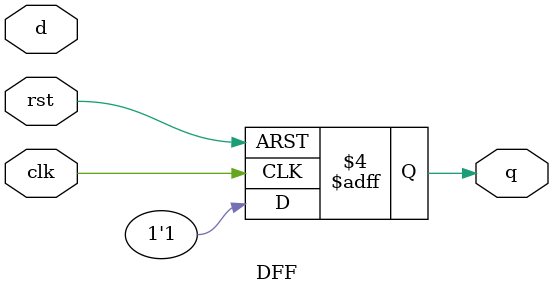
<source format=v>
`timescale 1ns/1ns
module DFF(
input clk,
input rst,
input d,
output reg q);
always @(posedge clk or negedge rst)
if(!rst)
q<=0;
else if(clk==1)
q<=1;
else
q<=d;
endmodule
</source>
